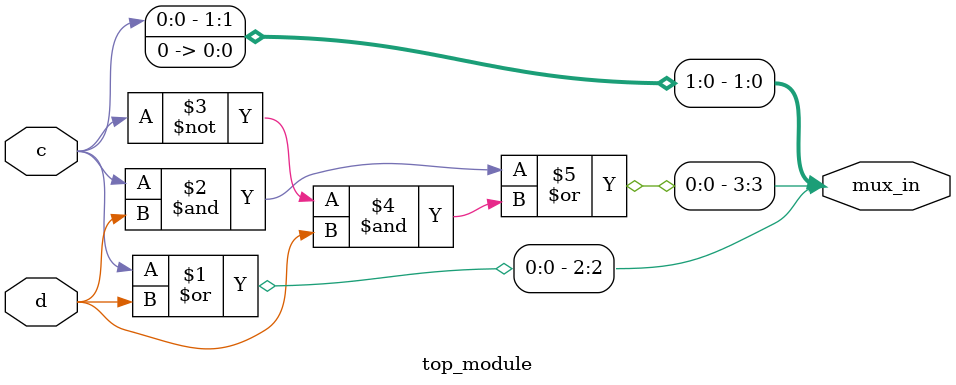
<source format=sv>
module top_module (
    input c,
    input d,
    output [3:0] mux_in
);

    assign mux_in[0] = 1'b0;
    assign mux_in[1] = c;
    assign mux_in[2] = c | d;
    assign mux_in[3] = (c & d) | (~c & d);

endmodule

</source>
